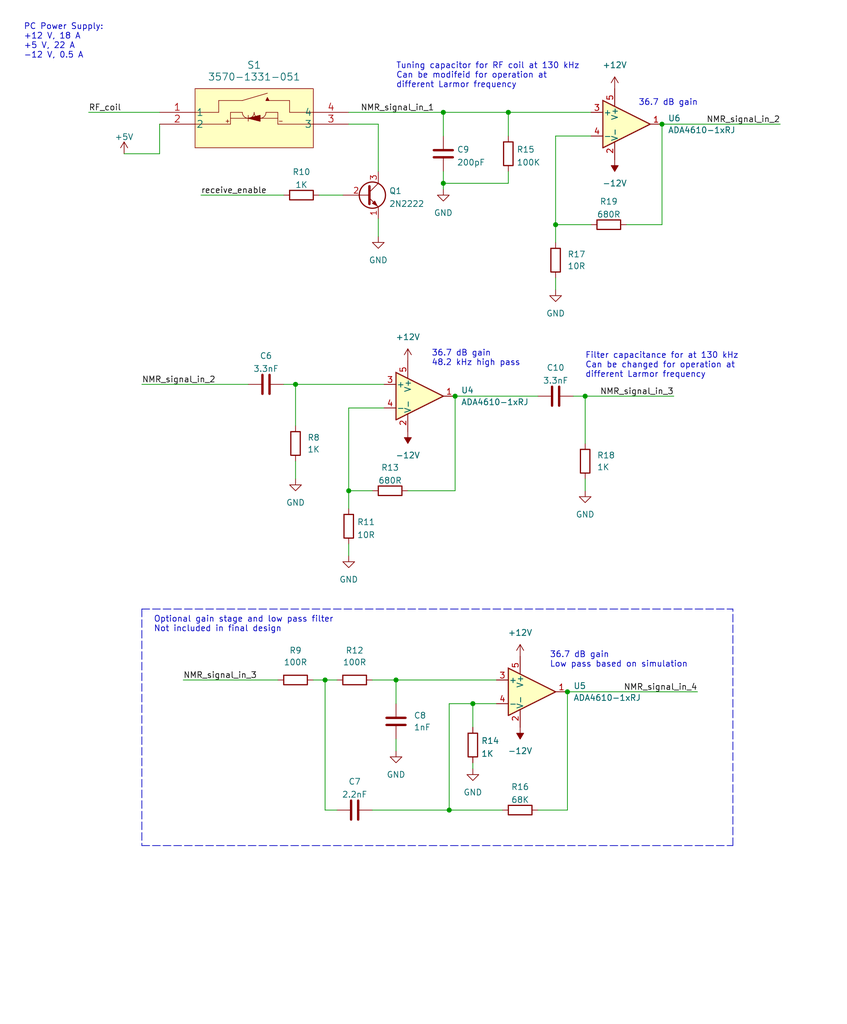
<source format=kicad_sch>
(kicad_sch (version 20211123) (generator eeschema)
  (paper "User" 181.991 219.989)
  (title_block (title "Receive Circuitry") (date "2022-04-09") (rev "V1.1"))
  (lib_symbols
    (symbol "3570-1331-051_1" (pin_names (offset 0.254))
      (property "Reference" "S1" (at 20.32 13.97 0))
      (property "Value" "3570-1331-051_1" (at 20.32 10.16 0))
      (symbol "3570-1331-051_1_0_1"
        (rectangle (start 7.62 5.08) (end 33.02 -7.62) (stroke (width 0.1524)) (fill (type background)))
      )
      (symbol "3570-1331-051_1_1_1"
        (polyline (pts (xy 7.62 0) (xy 12.7 0)) (stroke (width 0.127)))
        (polyline (pts (xy 12.7 0) (xy 12.7 2.54)) (stroke (width 0.127)))
        (polyline (pts (xy 12.7 2.54) (xy 17.78 2.54)) (stroke (width 0.127)))
        (polyline (pts (xy 14.2748 -1.905) (xy 14.9352 -1.905)) (stroke (width 0.127)))
        (polyline (pts (xy 14.605 -1.5748) (xy 14.605 -2.2352)) (stroke (width 0.127)))
        (polyline (pts (xy 15.24 -2.54) (xy 7.62 -2.54)) (stroke (width 0.127)))
        (polyline (pts (xy 15.24 -1.27) (xy 25.4 -1.27)) (stroke (width 0.127)))
        (polyline (pts (xy 15.24 0) (xy 15.24 -2.54)) (stroke (width 0.127)))
        (polyline (pts (xy 15.24 0) (xy 17.78 0)) (stroke (width 0.127)))
        (polyline (pts (xy 17.78 2.54) (xy 23.1648 4.1148)) (stroke (width 0.127)))
        (polyline (pts (xy 19.05 -1.27) (xy 21.59 -0.635)) (stroke (width 0.127)))
        (polyline (pts (xy 19.05 -0.635) (xy 19.05 -1.905)) (stroke (width 0.127)))
        (polyline (pts (xy 21.59 -1.905) (xy 19.05 -1.27)) (stroke (width 0.127)))
        (polyline (pts (xy 21.59 -1.905) (xy 21.59 -0.635)) (stroke (width 0.127)))
        (polyline (pts (xy 22.86 2.54) (xy 23.1648 3.175)) (stroke (width 0.127)))
        (polyline (pts (xy 22.86 2.54) (xy 27.94 2.54)) (stroke (width 0.127)))
        (polyline (pts (xy 23.1648 3.175) (xy 23.495 2.54)) (stroke (width 0.127)))
        (polyline (pts (xy 25.4 -2.54) (xy 33.02 -2.54)) (stroke (width 0.127)))
        (polyline (pts (xy 25.4 0) (xy 22.86 0)) (stroke (width 0.127)))
        (polyline (pts (xy 25.4 0) (xy 25.4 -2.54)) (stroke (width 0.127)))
        (polyline (pts (xy 25.7048 -1.905) (xy 26.3652 -1.905)) (stroke (width 0.127)))
        (polyline (pts (xy 27.94 0) (xy 27.94 2.54)) (stroke (width 0.127)))
        (polyline (pts (xy 33.02 0) (xy 27.94 0)) (stroke (width 0.127)))
        (polyline (pts (xy 19.05 -1.27) (xy 21.59 -0.635) (xy 21.59 -1.905) (xy 19.05 -1.27)) (fill (type outline)))
        (polyline (pts (xy 22.86 2.54) (xy 23.1648 3.175) (xy 23.495 2.54) (xy 22.86 2.54)) (fill (type outline)))
        (arc (start 17.78 0) (mid 19.05 -1.27) (end 20.32 0) (stroke (width 0.127)))
        (arc (start 20.32 0) (mid 21.59 -1.27) (end 22.86 0) (stroke (width 0.127)))
        (pin unspecified line (at 0 0 0) (length 7.62) (name "1") (number "1"))
        (pin unspecified line (at 0 -2.54 0) (length 7.62) (name "2") (number "2"))
        (pin unspecified line (at 40.64 -2.54 180) (length 7.62) (name "3") (number "3"))
        (pin unspecified line (at 40.64 0 180) (length 7.62) (name "4") (number "4"))
      )
    )
    (symbol "Amplifier_Operational:ADA4610-1xRJ" (pin_names (offset 0.127))
      (property "Reference" "U" (at -1.27 6.35 0))
      (property "Value" "ADA4610-1xRJ" (at -1.27 3.81 0))
      (symbol "ADA4610-1xRJ_0_1"
        (polyline (pts (xy -5.08 5.08) (xy 5.08 0) (xy -5.08 -5.08) (xy -5.08 5.08)) (stroke (width 0.254)) (fill (type background)))
        (pin power_in line (at -2.54 -7.62 90) (length 3.81) (name "V-") (number "2"))
        (pin power_in line (at -2.54 7.62 270) (length 3.81) (name "V+") (number "5"))
      )
      (symbol "ADA4610-1xRJ_1_1"
        (pin output line (at 7.62 0 180) (length 2.54) (name "~") (number "1"))
        (pin input line (at -7.62 2.54 0) (length 2.54) (name "+") (number "3"))
        (pin input line (at -7.62 -2.54 0) (length 2.54) (name "-") (number "4"))
      )
    )
    (symbol "Device:C" (pin_numbers hide) (pin_names (offset 0.254))
      (property "Reference" "C" (at 0.635 2.54 0))
      (property "Value" "C" (at 0.635 -2.54 0))
      (symbol "C_0_1"
        (polyline (pts (xy -2.032 -0.762) (xy 2.032 -0.762)) (stroke (width 0.508)))
        (polyline (pts (xy -2.032 0.762) (xy 2.032 0.762)) (stroke (width 0.508)))
      )
      (symbol "C_1_1"
        (pin passive line (at 0 3.81 270) (length 2.794) (name "~") (number "1"))
        (pin passive line (at 0 -3.81 90) (length 2.794) (name "~") (number "2"))
      )
    )
    (symbol "Device:R" (pin_numbers hide) (pin_names (offset 0))
      (property "Reference" "R" (at 2.032 0 90))
      (property "Value" "R" (at 0 0 90))
      (symbol "R_0_1"
        (rectangle (start -1.016 -2.54) (end 1.016 2.54) (stroke (width 0.254)))
      )
      (symbol "R_1_1"
        (pin passive line (at 0 3.81 270) (length 1.27) (name "~") (number "1"))
        (pin passive line (at 0 -3.81 90) (length 1.27) (name "~") (number "2"))
      )
    )
    (symbol "Transistor_BJT:2N2219" (pin_names (offset 0) hide)
      (property "Reference" "Q" (at 5.08 1.905 0))
      (property "Value" "2N2219" (at 5.08 0 0))
      (symbol "2N2219_0_1"
        (polyline (pts (xy 0.635 0.635) (xy 2.54 2.54)))
        (polyline (pts (xy 0.635 -0.635) (xy 2.54 -2.54) (xy 2.54 -2.54)))
        (polyline (pts (xy 0.635 1.905) (xy 0.635 -1.905) (xy 0.635 -1.905)) (stroke (width 0.508)))
        (polyline (pts (xy 1.27 -1.778) (xy 1.778 -1.27) (xy 2.286 -2.286) (xy 1.27 -1.778) (xy 1.27 -1.778)) (fill (type outline)))
        (circle (center 1.27 0) (radius 2.8194) (stroke (width 0.254)))
      )
      (symbol "2N2219_1_1"
        (pin passive line (at 2.54 -5.08 90) (length 2.54) (name "E") (number "1"))
        (pin passive line (at -5.08 0 0) (length 5.715) (name "B") (number "2"))
        (pin passive line (at 2.54 5.08 270) (length 2.54) (name "C") (number "3"))
      )
    )
    (symbol "power:+12V" (power) (pin_names (offset 0))
      (property "Value" "+12V" (at 0 3.556 0))
      (symbol "+12V_0_1"
        (polyline (pts (xy -0.762 1.27) (xy 0 2.54)))
        (polyline (pts (xy 0 0) (xy 0 2.54)))
        (polyline (pts (xy 0 2.54) (xy 0.762 1.27)))
      )
      (symbol "+12V_1_1"
        (pin power_in line (at 0 0 90) (length 0) hide (name "+12V") (number "1"))
      )
    )
    (symbol "power:+5V" (power) (pin_names (offset 0))
      (property "Value" "+5V" (at 0 3.556 0))
      (symbol "+5V_0_1"
        (polyline (pts (xy -0.762 1.27) (xy 0 2.54)))
        (polyline (pts (xy 0 0) (xy 0 2.54)))
        (polyline (pts (xy 0 2.54) (xy 0.762 1.27)))
      )
      (symbol "+5V_1_1"
        (pin power_in line (at 0 0 90) (length 0) hide (name "+5V") (number "1"))
      )
    )
    (symbol "power:-12V" (power) (pin_names (offset 0))
      (property "Value" "-12V" (at 0 3.81 0))
      (symbol "-12V_0_0"
        (pin power_in line (at 0 0 90) (length 0) hide (name "-12V") (number "1"))
      )
      (symbol "-12V_0_1"
        (polyline (pts (xy 0 0) (xy 0 1.27) (xy 0.762 1.27) (xy 0 2.54) (xy -0.762 1.27) (xy 0 1.27)) (fill (type outline)))
      )
    )
    (symbol "power:GND" (power) (pin_names (offset 0))
      (property "Value" "GND" (at 0 -3.81 0))
      (symbol "GND_0_1"
        (polyline (pts (xy 0 0) (xy 0 -1.27) (xy 1.27 -1.27) (xy 0 -2.54) (xy -1.27 -1.27) (xy 0 -1.27)))
      )
      (symbol "GND_1_1"
        (pin power_in line (at 0 0 270) (length 0) hide (name "GND") (number "1"))
      )
    )
  )
  (junction (at 109.22 24.13))
  (junction (at 95.25 39.37))
  (junction (at 63.5 82.55) (diameter 0.9144))
  (junction (at 101.6 151.13))
  (junction (at 96.52 173.99))
  (junction (at 121.92 148.59) (diameter 0.9144))
  (junction (at 85.09 146.05))
  (junction (at 95.25 24.13))
  (junction (at 119.38 48.26))
  (junction (at 125.73 85.09) (diameter 0.9144))
  (junction (at 69.85 146.05))
  (junction (at 74.93 105.41))
  (junction (at 97.79 85.09) (diameter 0.9144))
  (junction (at 142.24 26.67) (diameter 0.9144))
  (wire (pts (xy 95.25 24.13) (xy 109.22 24.13)))
  (wire (pts (xy 121.92 148.59) (xy 149.86 148.59)))
  (wire (pts (xy 63.5 82.55) (xy 63.5 91.44)))
  (wire (pts (xy 119.38 48.26) (xy 119.38 52.07)))
  (wire (pts (xy 74.93 116.84) (xy 74.93 119.38)))
  (wire (pts (xy 43.18 41.91) (xy 60.96 41.91)))
  (wire (pts (xy 96.52 173.99) (xy 107.95 173.99)))
  (wire (pts (xy 85.09 161.29) (xy 85.09 158.75)))
  (wire (pts (xy 101.6 151.13) (xy 96.52 151.13)))
  (wire (pts (xy 81.28 46.99) (xy 81.28 50.8)))
  (wire (pts (xy 68.58 41.91) (xy 73.66 41.91)))
  (polyline (pts (xy 30.48 130.81) (xy 157.48 130.81)))
  (wire (pts (xy 39.37 146.05) (xy 59.69 146.05)))
  (wire (pts (xy 85.09 146.05) (xy 106.68 146.05)))
  (wire (pts (xy 101.6 151.13) (xy 106.68 151.13)))
  (wire (pts (xy 115.57 173.99) (xy 121.92 173.99)))
  (wire (pts (xy 121.92 148.59) (xy 121.92 173.99)))
  (polyline (pts (xy 30.48 130.81) (xy 30.48 181.61)))
  (wire (pts (xy 125.73 102.87) (xy 125.73 105.41)))
  (wire (pts (xy 85.09 146.05) (xy 85.09 151.13)))
  (wire (pts (xy 72.39 173.99) (xy 69.85 173.99)))
  (wire (pts (xy 95.25 39.37) (xy 95.25 40.64)))
  (wire (pts (xy 109.22 24.13) (xy 127 24.13)))
  (wire (pts (xy 125.73 85.09) (xy 125.73 95.25)))
  (wire (pts (xy 109.22 39.37) (xy 95.25 39.37)))
  (wire (pts (xy 80.01 105.41) (xy 74.93 105.41)))
  (wire (pts (xy 134.62 48.26) (xy 142.24 48.26)))
  (wire (pts (xy 97.79 85.09) (xy 115.57 85.09)))
  (wire (pts (xy 63.5 82.55) (xy 82.55 82.55)))
  (polyline (pts (xy 30.48 181.61) (xy 157.48 181.61)))
  (wire (pts (xy 63.5 99.06) (xy 63.5 102.87)))
  (wire (pts (xy 67.31 146.05) (xy 69.85 146.05)))
  (wire (pts (xy 119.38 62.23) (xy 119.38 59.69)))
  (wire (pts (xy 87.63 105.41) (xy 97.79 105.41)))
  (wire (pts (xy 109.22 24.13) (xy 109.22 29.21)))
  (wire (pts (xy 26.67 33.02) (xy 34.29 33.02)))
  (wire (pts (xy 63.5 82.55) (xy 60.96 82.55)))
  (wire (pts (xy 125.73 85.09) (xy 123.19 85.09)))
  (wire (pts (xy 125.73 85.09) (xy 144.78 85.09)))
  (wire (pts (xy 30.48 82.55) (xy 53.34 82.55)))
  (wire (pts (xy 96.52 151.13) (xy 96.52 173.99)))
  (wire (pts (xy 69.85 146.05) (xy 72.39 146.05)))
  (wire (pts (xy 95.25 24.13) (xy 95.25 29.21)))
  (wire (pts (xy 109.22 36.83) (xy 109.22 39.37)))
  (wire (pts (xy 69.85 146.05) (xy 69.85 173.99)))
  (wire (pts (xy 101.6 163.83) (xy 101.6 165.1)))
  (wire (pts (xy 80.01 173.99) (xy 96.52 173.99)))
  (wire (pts (xy 127 48.26) (xy 119.38 48.26)))
  (wire (pts (xy 74.93 87.63) (xy 74.93 105.41)))
  (wire (pts (xy 142.24 26.67) (xy 142.24 48.26)))
  (wire (pts (xy 80.01 146.05) (xy 85.09 146.05)))
  (wire (pts (xy 74.93 87.63) (xy 82.55 87.63)))
  (wire (pts (xy 119.38 29.21) (xy 119.38 48.26)))
  (wire (pts (xy 119.38 29.21) (xy 127 29.21)))
  (wire (pts (xy 101.6 151.13) (xy 101.6 156.21)))
  (wire (pts (xy 142.24 26.67) (xy 167.64 26.67)))
  (wire (pts (xy 81.28 26.67) (xy 74.93 26.67)))
  (wire (pts (xy 81.28 36.83) (xy 81.28 26.67)))
  (polyline (pts (xy 157.48 181.61) (xy 157.48 130.81)))
  (wire (pts (xy 34.29 33.02) (xy 34.29 26.67)))
  (wire (pts (xy 95.25 36.83) (xy 95.25 39.37)))
  (wire (pts (xy 97.79 85.09) (xy 97.79 105.41)))
  (wire (pts (xy 74.93 24.13) (xy 95.25 24.13)))
  (wire (pts (xy 74.93 105.41) (xy 74.93 109.22)))
  (wire (pts (xy 19.05 24.13) (xy 34.29 24.13)))
  (text "PC Power Supply: \n+12 V, 18 A\n+5 V, 22 A\n-12 V, 0.5 A\n" (at 5.08 12.7 0) (effects (font (size 1.27 1.27)) (justify left bottom)))
  (text "36.7 dB gain\n48.2 kHz high pass" (at 92.71 78.74 0) (effects (font (size 1.27 1.27)) (justify left bottom)))
  (text "Tuning capacitor for RF coil at 130 kHz\nCan be modifeid for operation at\ndifferent Larmor frequency" (at 85.09 19.05 0) (effects (font (size 1.27 1.27)) (justify left bottom)))
  (text "36.7 dB gain\n" (at 137.16 22.86 0) (effects (font (size 1.27 1.27)) (justify left bottom)))
  (text "Optional gain stage and low pass filter\nNot included in final design" (at 33.02 135.89 0) (effects (font (size 1.27 1.27)) (justify left bottom)))
  (text "Filter capacitance for at 130 kHz \nCan be changed for operation at \ndifferent Larmor frequency" (at 125.73 81.28 0) (effects (font (size 1.27 1.27)) (justify left bottom)))
  (text "36.7 dB gain\nLow pass based on simulation\n" (at 118.11 143.51 0) (effects (font (size 1.27 1.27)) (justify left bottom)))
  (label "NMR_signal_in_1" (at 77.47 24.13 0))
  (label "NMR_signal_in_2" (at 167.64 26.67 180))
  (label "RF_coil" (at 19.05 24.13 0))
  (label "NMR_signal_in_2" (at 30.48 82.55 0))
  (label "NMR_signal_in_3" (at 39.37 146.05 0))
  (label "NMR_signal_in_4" (at 149.86 148.59 180))
  (label "receive_enable" (at 43.18 41.91 0))
  (label "NMR_signal_in_3" (at 144.78 85.09 180))
  (symbol (lib_id "Device:C") (at 119.38 85.09 90) (unit 1)
    (property "Reference" "C10" (at 119.38 78.9645 90))
    (property "Value" "3.3nF" (at 119.38 81.7396 90))
  )
  (symbol (lib_id "power:+12V") (at 111.76 140.97 0) (unit 1)
    (property "Reference" "#PWR022" (effects hide))
    (property "Value" "+12V" (at 111.76 135.89 0))
  )
  (symbol (lib_id "Amplifier_Operational:ADA4610-1xRJ") (at 114.3 148.59 0) (unit 1)
    (property "Reference" "U5" (at 123.19 147.3199 0) (effects (justify left)))
    (property "Value" "ADA4610-1xRJ" (at 123.19 149.8599 0) (effects (justify left)))
    (property "Footprint" "Package_TO_SOT_SMD:SOT-23-5" (effects hide))
    (property "Datasheet" "https://www.analog.com/media/en/technical-documentation/data-sheets/ADA4610-1_4610-2_4610-4.pdf" (effects hide))
  )
  (symbol (lib_id "power:GND") (at 119.38 62.23 0) (unit 1)
    (property "Reference" "#PWR024" (effects hide))
    (property "Value" "GND" (at 119.38 67.31 0))
  )
  (symbol (lib_id "power:GND") (at 74.93 119.38 0) (unit 1)
    (property "Reference" "#PWR015" (effects hide))
    (property "Value" "GND" (at 74.93 124.46 0))
  )
  (symbol (lib_id "Device:R") (at 74.93 113.03 0) (unit 1)
    (property "Reference" "R11" (at 76.708 112.1215 0) (effects (justify left)))
    (property "Value" "10R" (at 76.708 114.8966 0) (effects (justify left)))
  )
  (symbol (lib_id "Device:R") (at 130.81 48.26 90) (unit 1)
    (property "Reference" "R19" (at 130.81 43.2775 90))
    (property "Value" "680R" (at 130.81 46.0526 90))
  )
  (symbol (lib_id "power:+12V") (at 87.63 77.47 0) (unit 1)
    (property "Reference" "#PWR018" (effects hide))
    (property "Value" "+12V" (at 87.63 72.39 0))
  )
  (symbol (lib_name "3570-1331-051_1") (lib_id "3570-1331-051:3570-1331-051") (at 34.29 24.13 0) (unit 1)
    (property "Reference" "S1" (at 54.61 13.97 0) (effects (font (size 1.524 1.524))))
    (property "Value" "3570-1331-051" (at 54.61 16.51 0) (effects (font (size 1.524 1.524))))
    (property "Footprint" "SIP_3570-1331_COM" (effects hide))
  )
  (symbol (lib_id "Device:C") (at 85.09 154.94 180) (unit 1)
    (property "Reference" "C8" (at 88.9 153.6699 0) (effects (justify right)))
    (property "Value" "1nF" (at 88.9 156.2099 0) (effects (justify right)))
  )
  (symbol (lib_id "power:-12V") (at 132.08 34.29 180) (unit 1)
    (property "Reference" "#PWR027" (effects hide))
    (property "Value" "-12V" (at 132.08 39.37 0))
  )
  (symbol (lib_id "power:-12V") (at 111.76 156.21 180) (unit 1)
    (property "Reference" "#PWR023" (effects hide))
    (property "Value" "-12V" (at 111.76 161.29 0))
  )
  (symbol (lib_id "power:-12V") (at 87.63 92.71 180) (unit 1)
    (property "Reference" "#PWR019" (effects hide))
    (property "Value" "-12V" (at 87.63 97.79 0))
  )
  (symbol (lib_id "Device:C") (at 76.2 173.99 270) (unit 1)
    (property "Reference" "C7" (at 76.2 167.8645 90))
    (property "Value" "2.2nF" (at 76.2 170.6396 90))
  )
  (symbol (lib_id "Device:C") (at 95.25 33.02 180) (unit 1)
    (property "Reference" "C9" (at 98.171 32.1115 0) (effects (justify right)))
    (property "Value" "200pF" (at 98.171 34.8866 0) (effects (justify right)))
  )
  (symbol (lib_id "Device:R") (at 111.76 173.99 90) (unit 1)
    (property "Reference" "R16" (at 111.76 169.0075 90))
    (property "Value" "68K" (at 111.76 171.7826 90))
  )
  (symbol (lib_id "Amplifier_Operational:ADA4610-1xRJ") (at 90.17 85.09 0) (unit 1)
    (property "Reference" "U4" (at 99.06 83.8199 0) (effects (justify left)))
    (property "Value" "ADA4610-1xRJ" (at 99.06 86.3599 0) (effects (justify left)))
    (property "Footprint" "Package_TO_SOT_SMD:SOT-23-5" (effects hide))
    (property "Datasheet" "https://www.analog.com/media/en/technical-documentation/data-sheets/ADA4610-1_4610-2_4610-4.pdf" (effects hide))
  )
  (symbol (lib_id "Device:R") (at 125.73 99.06 0) (unit 1)
    (property "Reference" "R18" (at 128.27 97.7899 0) (effects (justify left)))
    (property "Value" "1K" (at 128.27 100.3299 0) (effects (justify left)))
  )
  (symbol (lib_id "power:+5V") (at 26.67 33.02 0) (unit 1)
    (property "Reference" "#PWR013" (effects hide))
    (property "Value" "+5V" (at 26.67 29.4155 0))
  )
  (symbol (lib_id "power:GND") (at 85.09 161.29 0) (unit 1)
    (property "Reference" "#PWR017" (effects hide))
    (property "Value" "GND" (at 85.09 166.37 0))
  )
  (symbol (lib_id "power:GND") (at 125.73 105.41 0) (unit 1)
    (property "Reference" "#PWR025" (effects hide))
    (property "Value" "GND" (at 125.73 110.49 0))
  )
  (symbol (lib_id "Device:R") (at 63.5 146.05 90) (unit 1)
    (property "Reference" "R9" (at 63.5 139.7 90))
    (property "Value" "100R" (at 63.5 142.24 90))
  )
  (symbol (lib_id "Device:R") (at 109.22 33.02 0) (unit 1)
    (property "Reference" "R15" (at 110.998 32.1115 0) (effects (justify left)))
    (property "Value" "100K" (at 110.998 34.8866 0) (effects (justify left)))
  )
  (symbol (lib_id "power:GND") (at 63.5 102.87 0) (unit 1)
    (property "Reference" "#PWR014" (effects hide))
    (property "Value" "GND" (at 63.5 107.95 0))
  )
  (symbol (lib_id "power:GND") (at 101.6 165.1 0) (unit 1)
    (property "Reference" "#PWR021" (effects hide))
    (property "Value" "GND" (at 101.6 170.18 0))
  )
  (symbol (lib_id "power:+12V") (at 132.08 19.05 0) (unit 1)
    (property "Reference" "#PWR026" (effects hide))
    (property "Value" "+12V" (at 132.08 13.97 0))
  )
  (symbol (lib_id "Device:R") (at 63.5 95.25 0) (unit 1)
    (property "Reference" "R8" (at 66.04 93.9799 0) (effects (justify left)))
    (property "Value" "1K" (at 66.04 96.5199 0) (effects (justify left)))
  )
  (symbol (lib_id "Device:R") (at 76.2 146.05 90) (unit 1)
    (property "Reference" "R12" (at 76.2 139.7 90))
    (property "Value" "100R" (at 76.2 142.24 90))
  )
  (symbol (lib_id "Device:R") (at 83.82 105.41 90) (unit 1)
    (property "Reference" "R13" (at 83.82 100.4275 90))
    (property "Value" "680R" (at 83.82 103.2026 90))
  )
  (symbol (lib_id "Device:R") (at 101.6 160.02 0) (unit 1)
    (property "Reference" "R14" (at 103.378 159.1115 0) (effects (justify left)))
    (property "Value" "1K" (at 103.378 161.8866 0) (effects (justify left)))
  )
  (symbol (lib_id "Device:R") (at 119.38 55.88 0) (unit 1)
    (property "Reference" "R17" (at 121.92 54.6099 0) (effects (justify left)))
    (property "Value" "10R" (at 121.92 57.1499 0) (effects (justify left)))
  )
  (symbol (lib_id "Device:C") (at 57.15 82.55 90) (unit 1)
    (property "Reference" "C6" (at 57.15 76.4245 90))
    (property "Value" "3.3nF" (at 57.15 79.1996 90))
  )
  (symbol (lib_id "Device:R") (at 64.77 41.91 90) (unit 1)
    (property "Reference" "R10" (at 64.77 36.9275 90))
    (property "Value" "1K" (at 64.77 39.7026 90))
  )
  (symbol (lib_id "Amplifier_Operational:ADA4610-1xRJ") (at 134.62 26.67 0) (unit 1)
    (property "Reference" "U6" (at 143.51 25.3999 0) (effects (justify left)))
    (property "Value" "ADA4610-1xRJ" (at 143.51 27.9399 0) (effects (justify left)))
    (property "Footprint" "Package_TO_SOT_SMD:SOT-23-5" (effects hide))
    (property "Datasheet" "https://www.analog.com/media/en/technical-documentation/data-sheets/ADA4610-1_4610-2_4610-4.pdf" (effects hide))
  )
  (symbol (lib_id "power:GND") (at 81.28 50.8 0) (unit 1)
    (property "Reference" "#PWR016" (effects hide))
    (property "Value" "GND" (at 81.28 55.88 0))
  )
  (symbol (lib_id "power:GND") (at 95.25 40.64 0) (unit 1)
    (property "Reference" "#PWR020" (effects hide))
    (property "Value" "GND" (at 95.25 45.72 0))
  )
  (symbol (lib_id "Transistor_BJT:2N2219") (at 78.74 41.91 0) (unit 1)
    (property "Reference" "Q1" (at 83.5914 41.0015 0) (effects (justify left)))
    (property "Value" "2N2222" (at 83.5914 43.7766 0) (effects (justify left)))
    (property "Footprint" "Package_TO_SOT_THT:TO-39-3" (effects hide))
    (property "Datasheet" "http://www.onsemi.com/pub_link/Collateral/2N2219-D.PDF" (effects hide))
  )
)
</source>
